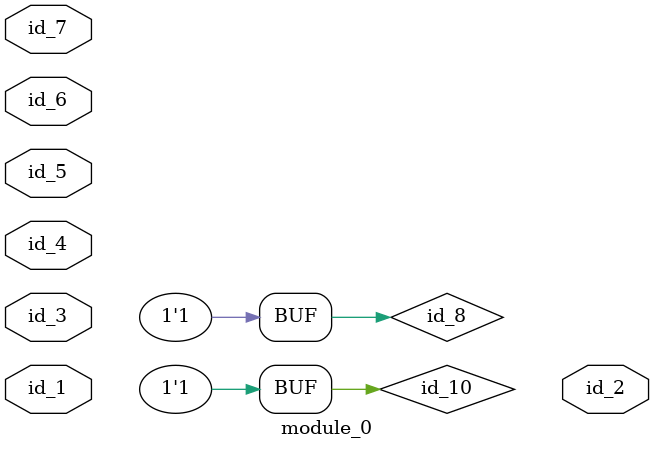
<source format=v>
module module_0 (
    id_1,
    id_2,
    id_3,
    id_4,
    id_5,
    id_6,
    id_7
);
  inout wire id_7;
  input wire id_6;
  inout wire id_5;
  inout wire id_4;
  inout wire id_3;
  output wire id_2;
  inout wire id_1;
  wor  id_8;
  wire id_9;
  wand id_10 = -1;
  assign id_8 = 1;
  wire id_11, id_12, id_13;
endmodule
module module_1 (
    output wor id_0
);
  localparam id_2 = 1;
  module_0 modCall_1 (
      id_2,
      id_2,
      id_2,
      id_2,
      id_2,
      id_2,
      id_2
  );
  wire id_3, id_4;
  wire id_5, id_6;
endmodule

</source>
